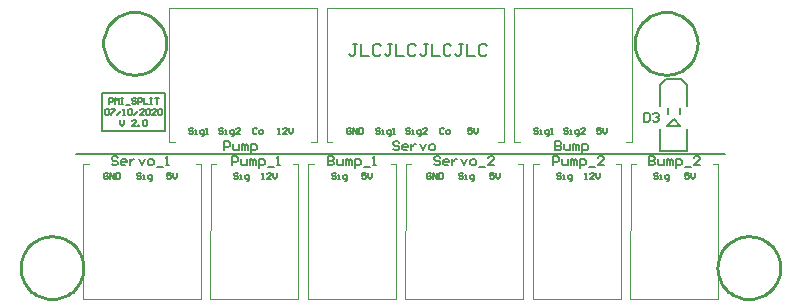
<source format=gto>
G04 Layer_Color=65535*
%FSLAX25Y25*%
%MOIN*%
G70*
G01*
G75*
%ADD15C,0.01000*%
%ADD16C,0.00500*%
%ADD17C,0.00394*%
%ADD18C,0.00591*%
%ADD19C,0.00787*%
D15*
X227008Y86614D02*
X226960Y87610D01*
X226819Y88596D01*
X226584Y89565D01*
X226258Y90506D01*
X225844Y91413D01*
X225345Y92276D01*
X224767Y93088D01*
X224115Y93841D01*
X223393Y94529D01*
X222610Y95145D01*
X221772Y95684D01*
X220886Y96140D01*
X219961Y96511D01*
X219004Y96791D01*
X218026Y96980D01*
X217034Y97075D01*
X216037D01*
X215045Y96980D01*
X214067Y96791D01*
X213110Y96511D01*
X212185Y96140D01*
X211299Y95684D01*
X210461Y95145D01*
X209677Y94529D01*
X208956Y93841D01*
X208303Y93088D01*
X207726Y92276D01*
X207227Y91413D01*
X206813Y90506D01*
X206487Y89565D01*
X206252Y88596D01*
X206110Y87610D01*
X206063Y86614D01*
X206110Y85619D01*
X206252Y84632D01*
X206487Y83664D01*
X206813Y82722D01*
X207227Y81815D01*
X207726Y80952D01*
X208303Y80141D01*
X208956Y79387D01*
X209677Y78700D01*
X210461Y78084D01*
X211299Y77545D01*
X212185Y77088D01*
X213110Y76718D01*
X214066Y76437D01*
X215045Y76248D01*
X216037Y76154D01*
X217034D01*
X218026Y76248D01*
X219004Y76437D01*
X219961Y76718D01*
X220886Y77088D01*
X221772Y77545D01*
X222610Y78084D01*
X223393Y78700D01*
X224115Y79387D01*
X224767Y80141D01*
X225345Y80952D01*
X225844Y81815D01*
X226258Y82722D01*
X226584Y83664D01*
X226819Y84632D01*
X226960Y85619D01*
X227008Y86614D01*
X254567Y11811D02*
X254520Y12807D01*
X254378Y13793D01*
X254143Y14761D01*
X253817Y15703D01*
X253403Y16610D01*
X252905Y17473D01*
X252326Y18285D01*
X251674Y19038D01*
X250953Y19726D01*
X250169Y20342D01*
X249331Y20880D01*
X248445Y21337D01*
X247520Y21708D01*
X246564Y21988D01*
X245585Y22177D01*
X244593Y22272D01*
X243596D01*
X242604Y22177D01*
X241625Y21988D01*
X240669Y21708D01*
X239744Y21337D01*
X238858Y20880D01*
X238020Y20342D01*
X237236Y19726D01*
X236515Y19038D01*
X235863Y18285D01*
X235284Y17473D01*
X234786Y16610D01*
X234372Y15703D01*
X234046Y14761D01*
X233811Y13793D01*
X233669Y12807D01*
X233622Y11811D01*
X233669Y10816D01*
X233811Y9829D01*
X234046Y8861D01*
X234372Y7919D01*
X234786Y7012D01*
X235284Y6149D01*
X235863Y5337D01*
X236515Y4584D01*
X237236Y3897D01*
X238020Y3280D01*
X238858Y2742D01*
X239744Y2285D01*
X240669Y1915D01*
X241625Y1634D01*
X242604Y1445D01*
X243596Y1350D01*
X244593D01*
X245585Y1445D01*
X246564Y1634D01*
X247520Y1915D01*
X248445Y2285D01*
X249331Y2742D01*
X250169Y3280D01*
X250953Y3897D01*
X251674Y4584D01*
X252326Y5337D01*
X252905Y6149D01*
X253403Y7012D01*
X253817Y7919D01*
X254143Y8861D01*
X254378Y9829D01*
X254520Y10816D01*
X254567Y11811D01*
X49843Y86614D02*
X49795Y87610D01*
X49653Y88596D01*
X49418Y89565D01*
X49092Y90506D01*
X48678Y91413D01*
X48180Y92276D01*
X47602Y93088D01*
X46949Y93841D01*
X46228Y94529D01*
X45445Y95145D01*
X44606Y95684D01*
X43720Y96140D01*
X42795Y96511D01*
X41839Y96791D01*
X40861Y96980D01*
X39868Y97075D01*
X38872D01*
X37880Y96980D01*
X36901Y96791D01*
X35945Y96511D01*
X35020Y96140D01*
X34134Y95684D01*
X33296Y95145D01*
X32512Y94529D01*
X31791Y93841D01*
X31138Y93088D01*
X30560Y92276D01*
X30062Y91413D01*
X29648Y90506D01*
X29322Y89565D01*
X29087Y88596D01*
X28945Y87610D01*
X28898Y86614D01*
X28945Y85619D01*
X29087Y84632D01*
X29322Y83664D01*
X29648Y82722D01*
X30062Y81815D01*
X30560Y80952D01*
X31138Y80141D01*
X31791Y79387D01*
X32512Y78700D01*
X33296Y78084D01*
X34134Y77545D01*
X35020Y77088D01*
X35945Y76718D01*
X36901Y76437D01*
X37880Y76248D01*
X38872Y76154D01*
X39868D01*
X40861Y76248D01*
X41839Y76437D01*
X42795Y76718D01*
X43720Y77088D01*
X44606Y77545D01*
X45445Y78084D01*
X46228Y78700D01*
X46949Y79387D01*
X47602Y80141D01*
X48180Y80952D01*
X48678Y81815D01*
X49092Y82722D01*
X49418Y83664D01*
X49653Y84632D01*
X49795Y85619D01*
X49843Y86614D01*
X22284Y11811D02*
X22236Y12807D01*
X22094Y13793D01*
X21859Y14761D01*
X21533Y15703D01*
X21119Y16610D01*
X20621Y17473D01*
X20043Y18285D01*
X19390Y19038D01*
X18669Y19726D01*
X17886Y20342D01*
X17047Y20880D01*
X16161Y21337D01*
X15236Y21708D01*
X14280Y21988D01*
X13301Y22177D01*
X12309Y22272D01*
X11313D01*
X10321Y22177D01*
X9342Y21988D01*
X8386Y21708D01*
X7461Y21337D01*
X6575Y20880D01*
X5736Y20342D01*
X4953Y19726D01*
X4232Y19038D01*
X3579Y18285D01*
X3001Y17473D01*
X2503Y16610D01*
X2089Y15703D01*
X1763Y14761D01*
X1528Y13793D01*
X1386Y12807D01*
X1339Y11811D01*
X1386Y10816D01*
X1528Y9829D01*
X1763Y8861D01*
X2089Y7919D01*
X2503Y7012D01*
X3001Y6149D01*
X3579Y5337D01*
X4232Y4584D01*
X4953Y3897D01*
X5736Y3280D01*
X6575Y2742D01*
X7461Y2285D01*
X8386Y1915D01*
X9342Y1634D01*
X10321Y1445D01*
X11313Y1350D01*
X12309D01*
X13301Y1445D01*
X14280Y1634D01*
X15236Y1915D01*
X16161Y2285D01*
X17047Y2742D01*
X17886Y3280D01*
X18669Y3897D01*
X19390Y4584D01*
X20043Y5337D01*
X20621Y6149D01*
X21119Y7012D01*
X21533Y7919D01*
X21859Y8861D01*
X22094Y9829D01*
X22236Y10816D01*
X22284Y11811D01*
D16*
X28500Y57500D02*
Y70000D01*
Y57500D02*
X49500D01*
Y70000D01*
X28500D02*
X49500D01*
X19685Y49681D02*
X236221D01*
X219013Y61350D02*
X221289Y59074D01*
X216710Y59047D02*
X219013Y61350D01*
X30669Y66565D02*
Y68564D01*
X31669D01*
X32002Y68231D01*
Y67564D01*
X31669Y67231D01*
X30669D01*
X32669Y66565D02*
Y68564D01*
X33335Y67897D01*
X34002Y68564D01*
Y66565D01*
X34668Y68564D02*
X35335D01*
X35001D01*
Y66565D01*
X34668D01*
X35335D01*
X36334Y66231D02*
X37667D01*
X39666Y68231D02*
X39333Y68564D01*
X38667D01*
X38334Y68231D01*
Y67897D01*
X38667Y67564D01*
X39333D01*
X39666Y67231D01*
Y66898D01*
X39333Y66565D01*
X38667D01*
X38334Y66898D01*
X40333Y66565D02*
Y68564D01*
X41333D01*
X41666Y68231D01*
Y67564D01*
X41333Y67231D01*
X40333D01*
X42332Y68564D02*
Y66565D01*
X43665D01*
X44332Y68564D02*
X44998D01*
X44665D01*
Y66565D01*
X44332D01*
X44998D01*
X45998Y68564D02*
X47331D01*
X46664D01*
Y66565D01*
X29503Y64298D02*
X29836Y64631D01*
X30503D01*
X30836Y64298D01*
Y62965D01*
X30503Y62632D01*
X29836D01*
X29503Y62965D01*
Y64298D01*
X31502Y64631D02*
X32835D01*
Y64298D01*
X31502Y62965D01*
Y62632D01*
X33502D02*
X34835Y63965D01*
X35501Y62632D02*
X36168D01*
X35834D01*
Y64631D01*
X35501Y64298D01*
X37167D02*
X37501Y64631D01*
X38167D01*
X38500Y64298D01*
Y62965D01*
X38167Y62632D01*
X37501D01*
X37167Y62965D01*
Y64298D01*
X39167Y62632D02*
X40499Y63965D01*
X42499Y62632D02*
X41166D01*
X42499Y63965D01*
Y64298D01*
X42166Y64631D01*
X41499D01*
X41166Y64298D01*
X43165D02*
X43499Y64631D01*
X44165D01*
X44498Y64298D01*
Y62965D01*
X44165Y62632D01*
X43499D01*
X43165Y62965D01*
Y64298D01*
X46498Y62632D02*
X45165D01*
X46498Y63965D01*
Y64298D01*
X46164Y64631D01*
X45498D01*
X45165Y64298D01*
X47164D02*
X47497Y64631D01*
X48164D01*
X48497Y64298D01*
Y62965D01*
X48164Y62632D01*
X47497D01*
X47164Y62965D01*
Y64298D01*
X34501Y61032D02*
Y59699D01*
X35168Y59033D01*
X35834Y59699D01*
Y61032D01*
X39833Y59033D02*
X38500D01*
X39833Y60366D01*
Y60699D01*
X39500Y61032D01*
X38833D01*
X38500Y60699D01*
X40499Y59033D02*
Y59366D01*
X40833D01*
Y59033D01*
X40499D01*
X42166Y60699D02*
X42499Y61032D01*
X43165D01*
X43499Y60699D01*
Y59366D01*
X43165Y59033D01*
X42499D01*
X42166Y59366D01*
Y60699D01*
X194963Y58499D02*
X193630D01*
Y57500D01*
X194296Y57833D01*
X194630D01*
X194963Y57500D01*
Y56833D01*
X194630Y56500D01*
X193963D01*
X193630Y56833D01*
X195629Y58499D02*
Y57166D01*
X196296Y56500D01*
X196962Y57166D01*
Y58499D01*
X181318Y43166D02*
X180985Y43499D01*
X180318D01*
X179985Y43166D01*
Y42833D01*
X180318Y42500D01*
X180985D01*
X181318Y42166D01*
Y41833D01*
X180985Y41500D01*
X180318D01*
X179985Y41833D01*
X181984Y41500D02*
X182651D01*
X182318D01*
Y42833D01*
X181984D01*
X184317Y40834D02*
X184650D01*
X184983Y41167D01*
Y42833D01*
X183984D01*
X183651Y42500D01*
Y41833D01*
X183984Y41500D01*
X184983D01*
X73818Y43166D02*
X73485Y43499D01*
X72818D01*
X72485Y43166D01*
Y42833D01*
X72818Y42500D01*
X73485D01*
X73818Y42166D01*
Y41833D01*
X73485Y41500D01*
X72818D01*
X72485Y41833D01*
X74484Y41500D02*
X75151D01*
X74818D01*
Y42833D01*
X74484D01*
X76817Y40834D02*
X77150D01*
X77483Y41167D01*
Y42833D01*
X76484D01*
X76151Y42500D01*
Y41833D01*
X76484Y41500D01*
X77483D01*
X80081Y58166D02*
X79748Y58499D01*
X79081D01*
X78748Y58166D01*
Y56833D01*
X79081Y56500D01*
X79748D01*
X80081Y56833D01*
X81081Y56500D02*
X81747D01*
X82080Y56833D01*
Y57500D01*
X81747Y57833D01*
X81081D01*
X80747Y57500D01*
Y56833D01*
X81081Y56500D01*
X142423Y58166D02*
X142090Y58499D01*
X141424D01*
X141091Y58166D01*
Y56833D01*
X141424Y56500D01*
X142090D01*
X142423Y56833D01*
X143423Y56500D02*
X144090D01*
X144423Y56833D01*
Y57500D01*
X144090Y57833D01*
X143423D01*
X143090Y57500D01*
Y56833D01*
X143423Y56500D01*
X68675Y58166D02*
X68342Y58499D01*
X67676D01*
X67343Y58166D01*
Y57833D01*
X67676Y57500D01*
X68342D01*
X68675Y57166D01*
Y56833D01*
X68342Y56500D01*
X67676D01*
X67343Y56833D01*
X69342Y56500D02*
X70008D01*
X69675D01*
Y57833D01*
X69342D01*
X71675Y55834D02*
X72008D01*
X72341Y56167D01*
Y57833D01*
X71341D01*
X71008Y57500D01*
Y56833D01*
X71341Y56500D01*
X72341D01*
X74340D02*
X73007D01*
X74340Y57833D01*
Y58166D01*
X74007Y58499D01*
X73341D01*
X73007Y58166D01*
X58833D02*
X58500Y58499D01*
X57833D01*
X57500Y58166D01*
Y57833D01*
X57833Y57500D01*
X58500D01*
X58833Y57166D01*
Y56833D01*
X58500Y56500D01*
X57833D01*
X57500Y56833D01*
X59499Y56500D02*
X60166D01*
X59833D01*
Y57833D01*
X59499D01*
X61832Y55834D02*
X62165D01*
X62498Y56167D01*
Y57833D01*
X61499D01*
X61165Y57500D01*
Y56833D01*
X61499Y56500D01*
X62498D01*
X63165D02*
X63831D01*
X63498D01*
Y58499D01*
X63165Y58166D01*
X87157Y56500D02*
X87824D01*
X87491D01*
Y58499D01*
X87157Y58166D01*
X90157Y56500D02*
X88824D01*
X90157Y57833D01*
Y58166D01*
X89823Y58499D01*
X89157D01*
X88824Y58166D01*
X90823Y58499D02*
Y57166D01*
X91489Y56500D01*
X92156Y57166D01*
Y58499D01*
X151833D02*
X150500D01*
Y57500D01*
X151166Y57833D01*
X151500D01*
X151833Y57500D01*
Y56833D01*
X151500Y56500D01*
X150833D01*
X150500Y56833D01*
X152499Y58499D02*
Y57166D01*
X153166Y56500D01*
X153832Y57166D01*
Y58499D01*
X183675Y58166D02*
X183342Y58499D01*
X182676D01*
X182343Y58166D01*
Y57833D01*
X182676Y57500D01*
X183342D01*
X183675Y57166D01*
Y56833D01*
X183342Y56500D01*
X182676D01*
X182343Y56833D01*
X184342Y56500D02*
X185008D01*
X184675D01*
Y57833D01*
X184342D01*
X186674Y55834D02*
X187008D01*
X187341Y56167D01*
Y57833D01*
X186341D01*
X186008Y57500D01*
Y56833D01*
X186341Y56500D01*
X187341D01*
X189340D02*
X188007D01*
X189340Y57833D01*
Y58166D01*
X189007Y58499D01*
X188341D01*
X188007Y58166D01*
X173833D02*
X173500Y58499D01*
X172833D01*
X172500Y58166D01*
Y57833D01*
X172833Y57500D01*
X173500D01*
X173833Y57166D01*
Y56833D01*
X173500Y56500D01*
X172833D01*
X172500Y56833D01*
X174499Y56500D02*
X175166D01*
X174833D01*
Y57833D01*
X174499D01*
X176832Y55834D02*
X177165D01*
X177498Y56167D01*
Y57833D01*
X176499D01*
X176165Y57500D01*
Y56833D01*
X176499Y56500D01*
X177498D01*
X178165D02*
X178831D01*
X178498D01*
Y58499D01*
X178165Y58166D01*
X131018D02*
X130685Y58499D01*
X130018D01*
X129685Y58166D01*
Y57833D01*
X130018Y57500D01*
X130685D01*
X131018Y57166D01*
Y56833D01*
X130685Y56500D01*
X130018D01*
X129685Y56833D01*
X131684Y56500D02*
X132351D01*
X132018D01*
Y57833D01*
X131684D01*
X134017Y55834D02*
X134350D01*
X134683Y56167D01*
Y57833D01*
X133684D01*
X133351Y57500D01*
Y56833D01*
X133684Y56500D01*
X134683D01*
X136683D02*
X135350D01*
X136683Y57833D01*
Y58166D01*
X136349Y58499D01*
X135683D01*
X135350Y58166D01*
X121175D02*
X120842Y58499D01*
X120176D01*
X119843Y58166D01*
Y57833D01*
X120176Y57500D01*
X120842D01*
X121175Y57166D01*
Y56833D01*
X120842Y56500D01*
X120176D01*
X119843Y56833D01*
X121842Y56500D02*
X122508D01*
X122175D01*
Y57833D01*
X121842D01*
X124174Y55834D02*
X124508D01*
X124841Y56167D01*
Y57833D01*
X123841D01*
X123508Y57500D01*
Y56833D01*
X123841Y56500D01*
X124841D01*
X125507D02*
X126174D01*
X125841D01*
Y58499D01*
X125507Y58166D01*
X41318Y43166D02*
X40985Y43499D01*
X40318D01*
X39985Y43166D01*
Y42833D01*
X40318Y42500D01*
X40985D01*
X41318Y42166D01*
Y41833D01*
X40985Y41500D01*
X40318D01*
X39985Y41833D01*
X41984Y41500D02*
X42651D01*
X42318D01*
Y42833D01*
X41984D01*
X44317Y40834D02*
X44650D01*
X44983Y41167D01*
Y42833D01*
X43984D01*
X43650Y42500D01*
Y41833D01*
X43984Y41500D01*
X44983D01*
X106318Y43166D02*
X105985Y43499D01*
X105318D01*
X104985Y43166D01*
Y42833D01*
X105318Y42500D01*
X105985D01*
X106318Y42166D01*
Y41833D01*
X105985Y41500D01*
X105318D01*
X104985Y41833D01*
X106984Y41500D02*
X107651D01*
X107318D01*
Y42833D01*
X106984D01*
X109317Y40834D02*
X109650D01*
X109983Y41167D01*
Y42833D01*
X108984D01*
X108651Y42500D01*
Y41833D01*
X108984Y41500D01*
X109983D01*
X213818Y43166D02*
X213485Y43499D01*
X212818D01*
X212485Y43166D01*
Y42833D01*
X212818Y42500D01*
X213485D01*
X213818Y42166D01*
Y41833D01*
X213485Y41500D01*
X212818D01*
X212485Y41833D01*
X214484Y41500D02*
X215151D01*
X214818D01*
Y42833D01*
X214484D01*
X216817Y40834D02*
X217150D01*
X217483Y41167D01*
Y42833D01*
X216484D01*
X216150Y42500D01*
Y41833D01*
X216484Y41500D01*
X217483D01*
X148818Y43166D02*
X148485Y43499D01*
X147818D01*
X147485Y43166D01*
Y42833D01*
X147818Y42500D01*
X148485D01*
X148818Y42166D01*
Y41833D01*
X148485Y41500D01*
X147818D01*
X147485Y41833D01*
X149484Y41500D02*
X150151D01*
X149818D01*
Y42833D01*
X149484D01*
X151817Y40834D02*
X152150D01*
X152483Y41167D01*
Y42833D01*
X151484D01*
X151151Y42500D01*
Y41833D01*
X151484Y41500D01*
X152483D01*
X81828D02*
X82494D01*
X82161D01*
Y43499D01*
X81828Y43166D01*
X84827Y41500D02*
X83494D01*
X84827Y42833D01*
Y43166D01*
X84493Y43499D01*
X83827D01*
X83494Y43166D01*
X85493Y43499D02*
Y42166D01*
X86159Y41500D01*
X86826Y42166D01*
Y43499D01*
X189328Y41500D02*
X189994D01*
X189661D01*
Y43499D01*
X189328Y43166D01*
X192327Y41500D02*
X190994D01*
X192327Y42833D01*
Y43166D01*
X191993Y43499D01*
X191327D01*
X190994Y43166D01*
X192993Y43499D02*
Y42166D01*
X193659Y41500D01*
X194326Y42166D01*
Y43499D01*
X224133D02*
X222800D01*
Y42500D01*
X223466Y42833D01*
X223800D01*
X224133Y42500D01*
Y41833D01*
X223800Y41500D01*
X223133D01*
X222800Y41833D01*
X224799Y43499D02*
Y42166D01*
X225466Y41500D01*
X226132Y42166D01*
Y43499D01*
X159133D02*
X157800D01*
Y42500D01*
X158466Y42833D01*
X158800D01*
X159133Y42500D01*
Y41833D01*
X158800Y41500D01*
X158133D01*
X157800Y41833D01*
X159799Y43499D02*
Y42166D01*
X160466Y41500D01*
X161132Y42166D01*
Y43499D01*
X116633D02*
X115300D01*
Y42500D01*
X115966Y42833D01*
X116300D01*
X116633Y42500D01*
Y41833D01*
X116300Y41500D01*
X115633D01*
X115300Y41833D01*
X117299Y43499D02*
Y42166D01*
X117966Y41500D01*
X118632Y42166D01*
Y43499D01*
X51633D02*
X50300D01*
Y42500D01*
X50966Y42833D01*
X51300D01*
X51633Y42500D01*
Y41833D01*
X51300Y41500D01*
X50633D01*
X50300Y41833D01*
X52299Y43499D02*
Y42166D01*
X52966Y41500D01*
X53632Y42166D01*
Y43499D01*
X111333Y58166D02*
X111000Y58499D01*
X110333D01*
X110000Y58166D01*
Y56833D01*
X110333Y56500D01*
X111000D01*
X111333Y56833D01*
Y57500D01*
X110667D01*
X111999Y56500D02*
Y58499D01*
X113332Y56500D01*
Y58499D01*
X113999D02*
Y56500D01*
X114998D01*
X115332Y56833D01*
Y58166D01*
X114998Y58499D01*
X113999D01*
X138003Y43166D02*
X137670Y43499D01*
X137003D01*
X136670Y43166D01*
Y41833D01*
X137003Y41500D01*
X137670D01*
X138003Y41833D01*
Y42500D01*
X137337D01*
X138669Y41500D02*
Y43499D01*
X140002Y41500D01*
Y43499D01*
X140669D02*
Y41500D01*
X141668D01*
X142002Y41833D01*
Y43166D01*
X141668Y43499D01*
X140669D01*
X30503Y43166D02*
X30170Y43499D01*
X29503D01*
X29170Y43166D01*
Y41833D01*
X29503Y41500D01*
X30170D01*
X30503Y41833D01*
Y42500D01*
X29836D01*
X31169Y41500D02*
Y43499D01*
X32502Y41500D01*
Y43499D01*
X33169D02*
Y41500D01*
X34168D01*
X34502Y41833D01*
Y43166D01*
X34168Y43499D01*
X33169D01*
X179563Y53999D02*
Y51000D01*
X181062D01*
X181562Y51500D01*
Y52000D01*
X181062Y52500D01*
X179563D01*
X181062D01*
X181562Y52999D01*
Y53499D01*
X181062Y53999D01*
X179563D01*
X182562Y52999D02*
Y51500D01*
X183062Y51000D01*
X184561D01*
Y52999D01*
X185561Y51000D02*
Y52999D01*
X186061D01*
X186561Y52500D01*
Y51000D01*
Y52500D01*
X187061Y52999D01*
X187560Y52500D01*
Y51000D01*
X188560Y50000D02*
Y52999D01*
X190060D01*
X190559Y52500D01*
Y51500D01*
X190060Y51000D01*
X188560D01*
X103800Y48999D02*
Y46000D01*
X105299D01*
X105799Y46500D01*
Y47000D01*
X105299Y47499D01*
X103800D01*
X105299D01*
X105799Y47999D01*
Y48499D01*
X105299Y48999D01*
X103800D01*
X106799Y47999D02*
Y46500D01*
X107299Y46000D01*
X108798D01*
Y47999D01*
X109798Y46000D02*
Y47999D01*
X110298D01*
X110798Y47499D01*
Y46000D01*
Y47499D01*
X111298Y47999D01*
X111797Y47499D01*
Y46000D01*
X112797Y45000D02*
Y47999D01*
X114297D01*
X114796Y47499D01*
Y46500D01*
X114297Y46000D01*
X112797D01*
X115796Y45500D02*
X117796D01*
X118795Y46000D02*
X119795D01*
X119295D01*
Y48999D01*
X118795Y48499D01*
X71800Y46000D02*
Y48999D01*
X73299D01*
X73799Y48499D01*
Y47499D01*
X73299Y47000D01*
X71800D01*
X74799Y47999D02*
Y46500D01*
X75299Y46000D01*
X76798D01*
Y47999D01*
X77798Y46000D02*
Y47999D01*
X78298D01*
X78798Y47499D01*
Y46000D01*
Y47499D01*
X79298Y47999D01*
X79797Y47499D01*
Y46000D01*
X80797Y45000D02*
Y47999D01*
X82297D01*
X82796Y47499D01*
Y46500D01*
X82297Y46000D01*
X80797D01*
X83796Y45500D02*
X85795D01*
X86795Y46000D02*
X87795D01*
X87295D01*
Y48999D01*
X86795Y48499D01*
X33799D02*
X33299Y48999D01*
X32300D01*
X31800Y48499D01*
Y47999D01*
X32300Y47499D01*
X33299D01*
X33799Y47000D01*
Y46500D01*
X33299Y46000D01*
X32300D01*
X31800Y46500D01*
X36299Y46000D02*
X35299D01*
X34799Y46500D01*
Y47499D01*
X35299Y47999D01*
X36299D01*
X36798Y47499D01*
Y47000D01*
X34799D01*
X37798Y47999D02*
Y46000D01*
Y47000D01*
X38298Y47499D01*
X38798Y47999D01*
X39298D01*
X40797D02*
X41797Y46000D01*
X42796Y47999D01*
X44296Y46000D02*
X45296D01*
X45796Y46500D01*
Y47499D01*
X45296Y47999D01*
X44296D01*
X43796Y47499D01*
Y46500D01*
X44296Y46000D01*
X46795Y45500D02*
X48794D01*
X49794Y46000D02*
X50794D01*
X50294D01*
Y48999D01*
X49794Y48499D01*
X127562Y53499D02*
X127062Y53999D01*
X126063D01*
X125563Y53499D01*
Y52999D01*
X126063Y52500D01*
X127062D01*
X127562Y52000D01*
Y51500D01*
X127062Y51000D01*
X126063D01*
X125563Y51500D01*
X130061Y51000D02*
X129062D01*
X128562Y51500D01*
Y52500D01*
X129062Y52999D01*
X130061D01*
X130561Y52500D01*
Y52000D01*
X128562D01*
X131561Y52999D02*
Y51000D01*
Y52000D01*
X132061Y52500D01*
X132561Y52999D01*
X133061D01*
X134560D02*
X135560Y51000D01*
X136559Y52999D01*
X138059Y51000D02*
X139059D01*
X139558Y51500D01*
Y52500D01*
X139059Y52999D01*
X138059D01*
X137559Y52500D01*
Y51500D01*
X138059Y51000D01*
X209000Y63499D02*
Y60500D01*
X210500D01*
X210999Y61000D01*
Y62999D01*
X210500Y63499D01*
X209000D01*
X211999Y62999D02*
X212499Y63499D01*
X213498D01*
X213998Y62999D01*
Y62499D01*
X213498Y61999D01*
X212999D01*
X213498D01*
X213998Y61500D01*
Y61000D01*
X213498Y60500D01*
X212499D01*
X211999Y61000D01*
X210800Y48999D02*
Y46000D01*
X212299D01*
X212799Y46500D01*
Y47000D01*
X212299Y47499D01*
X210800D01*
X212299D01*
X212799Y47999D01*
Y48499D01*
X212299Y48999D01*
X210800D01*
X213799Y47999D02*
Y46500D01*
X214299Y46000D01*
X215798D01*
Y47999D01*
X216798Y46000D02*
Y47999D01*
X217298D01*
X217798Y47499D01*
Y46000D01*
Y47499D01*
X218298Y47999D01*
X218797Y47499D01*
Y46000D01*
X219797Y45000D02*
Y47999D01*
X221297D01*
X221796Y47499D01*
Y46500D01*
X221297Y46000D01*
X219797D01*
X222796Y45500D02*
X224796D01*
X227795Y46000D02*
X225795D01*
X227795Y47999D01*
Y48499D01*
X227295Y48999D01*
X226295D01*
X225795Y48499D01*
X178800Y46000D02*
Y48999D01*
X180299D01*
X180799Y48499D01*
Y47499D01*
X180299Y47000D01*
X178800D01*
X181799Y47999D02*
Y46500D01*
X182299Y46000D01*
X183798D01*
Y47999D01*
X184798Y46000D02*
Y47999D01*
X185298D01*
X185798Y47499D01*
Y46000D01*
Y47499D01*
X186298Y47999D01*
X186797Y47499D01*
Y46000D01*
X187797Y45000D02*
Y47999D01*
X189297D01*
X189796Y47499D01*
Y46500D01*
X189297Y46000D01*
X187797D01*
X190796Y45500D02*
X192796D01*
X195794Y46000D02*
X193795D01*
X195794Y47999D01*
Y48499D01*
X195295Y48999D01*
X194295D01*
X193795Y48499D01*
X141299D02*
X140799Y48999D01*
X139800D01*
X139300Y48499D01*
Y47999D01*
X139800Y47499D01*
X140799D01*
X141299Y47000D01*
Y46500D01*
X140799Y46000D01*
X139800D01*
X139300Y46500D01*
X143799Y46000D02*
X142799D01*
X142299Y46500D01*
Y47499D01*
X142799Y47999D01*
X143799D01*
X144298Y47499D01*
Y47000D01*
X142299D01*
X145298Y47999D02*
Y46000D01*
Y47000D01*
X145798Y47499D01*
X146298Y47999D01*
X146798D01*
X148297D02*
X149297Y46000D01*
X150296Y47999D01*
X151796Y46000D02*
X152796D01*
X153296Y46500D01*
Y47499D01*
X152796Y47999D01*
X151796D01*
X151296Y47499D01*
Y46500D01*
X151796Y46000D01*
X154295Y45500D02*
X156295D01*
X159293Y46000D02*
X157294D01*
X159293Y47999D01*
Y48499D01*
X158794Y48999D01*
X157794D01*
X157294Y48499D01*
X69063Y51000D02*
Y53999D01*
X70562D01*
X71062Y53499D01*
Y52500D01*
X70562Y52000D01*
X69063D01*
X72062Y52999D02*
Y51500D01*
X72562Y51000D01*
X74061D01*
Y52999D01*
X75061Y51000D02*
Y52999D01*
X75561D01*
X76061Y52500D01*
Y51000D01*
Y52500D01*
X76561Y52999D01*
X77060Y52500D01*
Y51000D01*
X78060Y50000D02*
Y52999D01*
X79560D01*
X80059Y52500D01*
Y51500D01*
X79560Y51000D01*
X78060D01*
D17*
X165917Y53614D02*
X167689D01*
X165917D02*
Y98500D01*
X205255D01*
X205051Y53614D02*
X205255Y98500D01*
X203279Y53614D02*
X205051D01*
X97312Y46386D02*
X99084D01*
X97108Y1500D02*
X97312Y46386D01*
X97108Y1500D02*
X126446D01*
Y46386D01*
X124674D02*
X126446D01*
X64812D02*
X66584D01*
X64608Y1500D02*
X64812Y46386D01*
X64608Y1500D02*
X93946D01*
Y46386D01*
X92174D02*
X93946D01*
X59674D02*
X61446D01*
Y1500D02*
Y46386D01*
X22108Y1500D02*
X61446D01*
X22108D02*
X22312Y46386D01*
X24083D01*
X103417Y53614D02*
X105189D01*
X103417D02*
Y98500D01*
X162598D01*
X162394Y53614D02*
X162598Y98500D01*
X160622Y53614D02*
X162394D01*
X204812Y46386D02*
X206583D01*
X204608Y1500D02*
X204812Y46386D01*
X204608Y1500D02*
X233946D01*
Y46386D01*
X232174D02*
X233946D01*
X172312D02*
X174083D01*
X172108Y1500D02*
X172312Y46386D01*
X172108Y1500D02*
X201446D01*
Y46386D01*
X199674D02*
X201446D01*
X167174D02*
X168946D01*
Y1500D02*
Y46386D01*
X129608Y1500D02*
X168946D01*
X129608D02*
X129812Y46386D01*
X131583D01*
X50917Y53614D02*
X52689D01*
X50917D02*
Y98500D01*
X100255D01*
X100051Y53614D02*
X100255Y98500D01*
X98280Y53614D02*
X100051D01*
D18*
X221263Y59047D02*
X221289Y59074D01*
X216710Y59047D02*
X221263D01*
X217094Y62984D02*
Y64953D01*
X221031Y62984D02*
Y64953D01*
D19*
X214563Y50610D02*
Y58110D01*
Y50610D02*
X223563D01*
Y58110D01*
X214563Y65890D02*
Y72610D01*
X223563Y65890D02*
Y72610D01*
X216563Y74610D02*
X221563D01*
X214563Y72610D02*
X216563Y74610D01*
X221563D02*
X223563Y72610D01*
X113476Y86349D02*
X112164D01*
X112820D01*
Y83069D01*
X112164Y82413D01*
X111508D01*
X110852Y83069D01*
X114788Y86349D02*
Y82413D01*
X117412D01*
X121347Y85693D02*
X120692Y86349D01*
X119380D01*
X118724Y85693D01*
Y83069D01*
X119380Y82413D01*
X120692D01*
X121347Y83069D01*
X125283Y86349D02*
X123971D01*
X124627D01*
Y83069D01*
X123971Y82413D01*
X123315D01*
X122659Y83069D01*
X126595Y86349D02*
Y82413D01*
X129219D01*
X133155Y85693D02*
X132499Y86349D01*
X131187D01*
X130531Y85693D01*
Y83069D01*
X131187Y82413D01*
X132499D01*
X133155Y83069D01*
X137090Y86349D02*
X135778D01*
X136434D01*
Y83069D01*
X135778Y82413D01*
X135123D01*
X134467Y83069D01*
X138402Y86349D02*
Y82413D01*
X141026D01*
X144962Y85693D02*
X144306Y86349D01*
X142994D01*
X142338Y85693D01*
Y83069D01*
X142994Y82413D01*
X144306D01*
X144962Y83069D01*
X148898Y86349D02*
X147586D01*
X148242D01*
Y83069D01*
X147586Y82413D01*
X146930D01*
X146274Y83069D01*
X150209Y86349D02*
Y82413D01*
X152833D01*
X156769Y85693D02*
X156113Y86349D01*
X154801D01*
X154145Y85693D01*
Y83069D01*
X154801Y82413D01*
X156113D01*
X156769Y83069D01*
M02*

</source>
